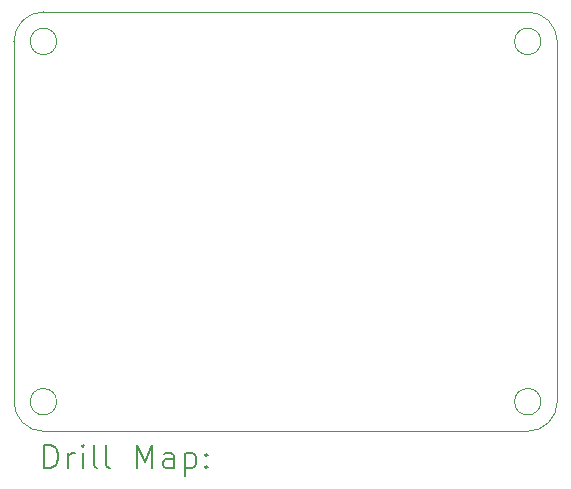
<source format=gbr>
%TF.GenerationSoftware,KiCad,Pcbnew,9.0.7*%
%TF.CreationDate,2026-02-22T02:59:52-08:00*%
%TF.ProjectId,Cup Cover,43757020-436f-4766-9572-2e6b69636164,rev?*%
%TF.SameCoordinates,Original*%
%TF.FileFunction,Drillmap*%
%TF.FilePolarity,Positive*%
%FSLAX45Y45*%
G04 Gerber Fmt 4.5, Leading zero omitted, Abs format (unit mm)*
G04 Created by KiCad (PCBNEW 9.0.7) date 2026-02-22 02:59:52*
%MOMM*%
%LPD*%
G01*
G04 APERTURE LIST*
%ADD10C,0.050000*%
%ADD11C,0.200000*%
G04 APERTURE END LIST*
D10*
X5500000Y-7150000D02*
X9600000Y-7150000D01*
X9850000Y-6900000D02*
X9850000Y-3850000D01*
X9600000Y-3600000D02*
X5500000Y-3600000D01*
X5250000Y-3850000D02*
X5250000Y-6900000D01*
X9600000Y-3600000D02*
G75*
G02*
X9850000Y-3850000I0J-250000D01*
G01*
X5250000Y-3850000D02*
G75*
G02*
X5500000Y-3600000I250000J0D01*
G01*
X5611803Y-3850000D02*
G75*
G02*
X5388197Y-3850000I-111803J0D01*
G01*
X5388197Y-3850000D02*
G75*
G02*
X5611803Y-3850000I111803J0D01*
G01*
X9850000Y-6900000D02*
G75*
G02*
X9600000Y-7150000I-250000J0D01*
G01*
X5500000Y-7150000D02*
G75*
G02*
X5250000Y-6900000I0J250000D01*
G01*
X9711803Y-3850000D02*
G75*
G02*
X9488197Y-3850000I-111803J0D01*
G01*
X9488197Y-3850000D02*
G75*
G02*
X9711803Y-3850000I111803J0D01*
G01*
X9711803Y-6900000D02*
G75*
G02*
X9488197Y-6900000I-111803J0D01*
G01*
X9488197Y-6900000D02*
G75*
G02*
X9711803Y-6900000I111803J0D01*
G01*
X5611803Y-6900000D02*
G75*
G02*
X5388197Y-6900000I-111803J0D01*
G01*
X5388197Y-6900000D02*
G75*
G02*
X5611803Y-6900000I111803J0D01*
G01*
D11*
X5508277Y-7463984D02*
X5508277Y-7263984D01*
X5508277Y-7263984D02*
X5555896Y-7263984D01*
X5555896Y-7263984D02*
X5584467Y-7273508D01*
X5584467Y-7273508D02*
X5603515Y-7292555D01*
X5603515Y-7292555D02*
X5613039Y-7311603D01*
X5613039Y-7311603D02*
X5622562Y-7349698D01*
X5622562Y-7349698D02*
X5622562Y-7378269D01*
X5622562Y-7378269D02*
X5613039Y-7416365D01*
X5613039Y-7416365D02*
X5603515Y-7435412D01*
X5603515Y-7435412D02*
X5584467Y-7454460D01*
X5584467Y-7454460D02*
X5555896Y-7463984D01*
X5555896Y-7463984D02*
X5508277Y-7463984D01*
X5708277Y-7463984D02*
X5708277Y-7330650D01*
X5708277Y-7368746D02*
X5717801Y-7349698D01*
X5717801Y-7349698D02*
X5727324Y-7340174D01*
X5727324Y-7340174D02*
X5746372Y-7330650D01*
X5746372Y-7330650D02*
X5765420Y-7330650D01*
X5832086Y-7463984D02*
X5832086Y-7330650D01*
X5832086Y-7263984D02*
X5822562Y-7273508D01*
X5822562Y-7273508D02*
X5832086Y-7283031D01*
X5832086Y-7283031D02*
X5841610Y-7273508D01*
X5841610Y-7273508D02*
X5832086Y-7263984D01*
X5832086Y-7263984D02*
X5832086Y-7283031D01*
X5955896Y-7463984D02*
X5936848Y-7454460D01*
X5936848Y-7454460D02*
X5927324Y-7435412D01*
X5927324Y-7435412D02*
X5927324Y-7263984D01*
X6060658Y-7463984D02*
X6041610Y-7454460D01*
X6041610Y-7454460D02*
X6032086Y-7435412D01*
X6032086Y-7435412D02*
X6032086Y-7263984D01*
X6289229Y-7463984D02*
X6289229Y-7263984D01*
X6289229Y-7263984D02*
X6355896Y-7406841D01*
X6355896Y-7406841D02*
X6422562Y-7263984D01*
X6422562Y-7263984D02*
X6422562Y-7463984D01*
X6603515Y-7463984D02*
X6603515Y-7359222D01*
X6603515Y-7359222D02*
X6593991Y-7340174D01*
X6593991Y-7340174D02*
X6574943Y-7330650D01*
X6574943Y-7330650D02*
X6536848Y-7330650D01*
X6536848Y-7330650D02*
X6517801Y-7340174D01*
X6603515Y-7454460D02*
X6584467Y-7463984D01*
X6584467Y-7463984D02*
X6536848Y-7463984D01*
X6536848Y-7463984D02*
X6517801Y-7454460D01*
X6517801Y-7454460D02*
X6508277Y-7435412D01*
X6508277Y-7435412D02*
X6508277Y-7416365D01*
X6508277Y-7416365D02*
X6517801Y-7397317D01*
X6517801Y-7397317D02*
X6536848Y-7387793D01*
X6536848Y-7387793D02*
X6584467Y-7387793D01*
X6584467Y-7387793D02*
X6603515Y-7378269D01*
X6698753Y-7330650D02*
X6698753Y-7530650D01*
X6698753Y-7340174D02*
X6717801Y-7330650D01*
X6717801Y-7330650D02*
X6755896Y-7330650D01*
X6755896Y-7330650D02*
X6774943Y-7340174D01*
X6774943Y-7340174D02*
X6784467Y-7349698D01*
X6784467Y-7349698D02*
X6793991Y-7368746D01*
X6793991Y-7368746D02*
X6793991Y-7425888D01*
X6793991Y-7425888D02*
X6784467Y-7444936D01*
X6784467Y-7444936D02*
X6774943Y-7454460D01*
X6774943Y-7454460D02*
X6755896Y-7463984D01*
X6755896Y-7463984D02*
X6717801Y-7463984D01*
X6717801Y-7463984D02*
X6698753Y-7454460D01*
X6879705Y-7444936D02*
X6889229Y-7454460D01*
X6889229Y-7454460D02*
X6879705Y-7463984D01*
X6879705Y-7463984D02*
X6870182Y-7454460D01*
X6870182Y-7454460D02*
X6879705Y-7444936D01*
X6879705Y-7444936D02*
X6879705Y-7463984D01*
X6879705Y-7340174D02*
X6889229Y-7349698D01*
X6889229Y-7349698D02*
X6879705Y-7359222D01*
X6879705Y-7359222D02*
X6870182Y-7349698D01*
X6870182Y-7349698D02*
X6879705Y-7340174D01*
X6879705Y-7340174D02*
X6879705Y-7359222D01*
M02*

</source>
